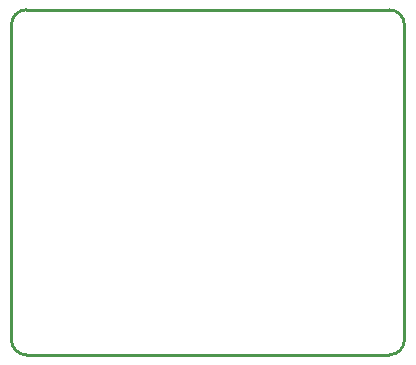
<source format=gm1>
G04*
G04 #@! TF.GenerationSoftware,Altium Limited,Altium Designer,24.8.2 (39)*
G04*
G04 Layer_Color=16711935*
%FSLAX25Y25*%
%MOIN*%
G70*
G04*
G04 #@! TF.SameCoordinates,DAEAB18A-5E43-4365-A400-F89FC780B00D*
G04*
G04*
G04 #@! TF.FilePolarity,Positive*
G04*
G01*
G75*
%ADD32C,0.01000*%
D32*
X530000Y307500D02*
G03*
X525000Y312500I-5000J0D01*
G01*
Y197500D02*
G03*
X530000Y202500I0J5000D01*
G01*
X404000Y312500D02*
G03*
X399000Y307500I0J-5000D01*
G01*
Y202500D02*
G03*
X404000Y197500I5000J0D01*
G01*
X530000Y307500D02*
G03*
X525000Y312500I-5000J0D01*
G01*
Y197500D02*
G03*
X530000Y202500I0J5000D01*
G01*
X404000Y312500D02*
G03*
X399000Y307500I0J-5000D01*
G01*
Y202500D02*
G03*
X404000Y197500I5000J0D01*
G01*
X525000D01*
X404000Y312500D02*
X525000D01*
X530000Y202500D02*
Y307500D01*
X399000Y202500D02*
Y307500D01*
X404000Y197500D02*
X525000D01*
X404000Y312500D02*
X525000D01*
X530000Y202500D02*
Y307500D01*
X399000Y202500D02*
Y307500D01*
M02*

</source>
